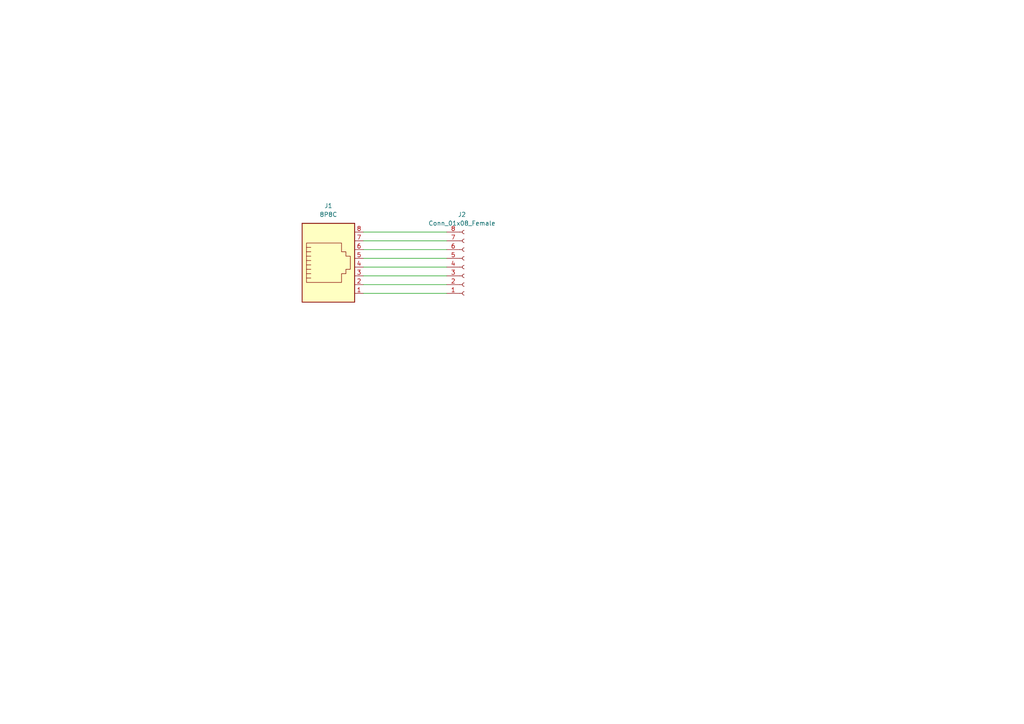
<source format=kicad_sch>
(kicad_sch (version 20211123) (generator eeschema)
  (paper "A4")
  (lib_symbols
    (symbol "Connector:8P8C" (pin_names (offset 1.016))
      (property "Reference" "J" (at -5.08 13.97 0))
      (property "Value" "8P8C" (at 2.54 13.97 0))
      (symbol "8P8C_0_1"
        (polyline (pts (xy -5.08 4.445) (xy -6.35 4.445)))
        (polyline (pts (xy -5.08 5.715) (xy -6.35 5.715)))
        (polyline (pts (xy -6.35 -3.175) (xy -5.08 -3.175) (xy -5.08 -3.175)))
        (polyline (pts (xy -6.35 -1.905) (xy -5.08 -1.905) (xy -5.08 -1.905)))
        (polyline (pts (xy -6.35 -0.635) (xy -5.08 -0.635) (xy -5.08 -0.635)))
        (polyline (pts (xy -6.35 0.635) (xy -5.08 0.635) (xy -5.08 0.635)))
        (polyline (pts (xy -6.35 1.905) (xy -5.08 1.905) (xy -5.08 1.905)))
        (polyline (pts (xy -5.08 3.175) (xy -6.35 3.175) (xy -6.35 3.175)))
        (polyline (pts (xy -6.35 -4.445) (xy -6.35 6.985) (xy 3.81 6.985) (xy 3.81 4.445) (xy 5.08 4.445) (xy 5.08 3.175) (xy 6.35 3.175) (xy 6.35 -0.635) (xy 5.08 -0.635) (xy 5.08 -1.905) (xy 3.81 -1.905) (xy 3.81 -4.445) (xy -6.35 -4.445) (xy -6.35 -4.445)))
        (rectangle (start 7.62 12.7) (end -7.62 -10.16) (stroke (width 0.254)) (fill (type background)))
      )
      (symbol "8P8C_1_1"
        (pin passive line (at 10.16 -7.62 180) (length 2.54) (name "~") (number "1"))
        (pin passive line (at 10.16 -5.08 180) (length 2.54) (name "~") (number "2"))
        (pin passive line (at 10.16 -2.54 180) (length 2.54) (name "~") (number "3"))
        (pin passive line (at 10.16 0 180) (length 2.54) (name "~") (number "4"))
        (pin passive line (at 10.16 2.54 180) (length 2.54) (name "~") (number "5"))
        (pin passive line (at 10.16 5.08 180) (length 2.54) (name "~") (number "6"))
        (pin passive line (at 10.16 7.62 180) (length 2.54) (name "~") (number "7"))
        (pin passive line (at 10.16 10.16 180) (length 2.54) (name "~") (number "8"))
      )
    )
    (symbol "Connector:Conn_01x08_Female" (pin_names (offset 1.016) hide)
      (property "Reference" "J" (at 0 10.16 0))
      (property "Value" "Conn_01x08_Female" (at 0 -12.7 0))
      (symbol "Conn_01x08_Female_1_1"
        (arc (start 0 -9.652) (mid -0.508 -10.16) (end 0 -10.668) (stroke (width 0.1524)))
        (arc (start 0 -7.112) (mid -0.508 -7.62) (end 0 -8.128) (stroke (width 0.1524)))
        (arc (start 0 -4.572) (mid -0.508 -5.08) (end 0 -5.588) (stroke (width 0.1524)))
        (arc (start 0 -2.032) (mid -0.508 -2.54) (end 0 -3.048) (stroke (width 0.1524)))
        (polyline (pts (xy -1.27 -10.16) (xy -0.508 -10.16)) (stroke (width 0.1524)))
        (polyline (pts (xy -1.27 -7.62) (xy -0.508 -7.62)) (stroke (width 0.1524)))
        (polyline (pts (xy -1.27 -5.08) (xy -0.508 -5.08)) (stroke (width 0.1524)))
        (polyline (pts (xy -1.27 -2.54) (xy -0.508 -2.54)) (stroke (width 0.1524)))
        (polyline (pts (xy -1.27 0) (xy -0.508 0)) (stroke (width 0.1524)))
        (polyline (pts (xy -1.27 2.54) (xy -0.508 2.54)) (stroke (width 0.1524)))
        (polyline (pts (xy -1.27 5.08) (xy -0.508 5.08)) (stroke (width 0.1524)))
        (polyline (pts (xy -1.27 7.62) (xy -0.508 7.62)) (stroke (width 0.1524)))
        (arc (start 0 0.508) (mid -0.508 0) (end 0 -0.508) (stroke (width 0.1524)))
        (arc (start 0 3.048) (mid -0.508 2.54) (end 0 2.032) (stroke (width 0.1524)))
        (arc (start 0 5.588) (mid -0.508 5.08) (end 0 4.572) (stroke (width 0.1524)))
        (arc (start 0 8.128) (mid -0.508 7.62) (end 0 7.112) (stroke (width 0.1524)))
        (pin passive line (at -5.08 7.62 0) (length 3.81) (name "Pin_1") (number "1"))
        (pin passive line (at -5.08 5.08 0) (length 3.81) (name "Pin_2") (number "2"))
        (pin passive line (at -5.08 2.54 0) (length 3.81) (name "Pin_3") (number "3"))
        (pin passive line (at -5.08 0 0) (length 3.81) (name "Pin_4") (number "4"))
        (pin passive line (at -5.08 -2.54 0) (length 3.81) (name "Pin_5") (number "5"))
        (pin passive line (at -5.08 -5.08 0) (length 3.81) (name "Pin_6") (number "6"))
        (pin passive line (at -5.08 -7.62 0) (length 3.81) (name "Pin_7") (number "7"))
        (pin passive line (at -5.08 -10.16 0) (length 3.81) (name "Pin_8") (number "8"))
      )
    )
  )
  (wire (pts (xy 129.54 69.85) (xy 105.41 69.85)))
  (wire (pts (xy 129.54 80.01) (xy 105.41 80.01)))
  (wire (pts (xy 129.54 85.09) (xy 105.41 85.09)))
  (wire (pts (xy 129.54 67.31) (xy 105.41 67.31)))
  (wire (pts (xy 129.54 72.39) (xy 105.41 72.39)))
  (wire (pts (xy 129.54 74.93) (xy 105.41 74.93)))
  (wire (pts (xy 129.54 82.55) (xy 105.41 82.55)))
  (wire (pts (xy 129.54 77.47) (xy 105.41 77.47)))
  (symbol (lib_id "Connector:Conn_01x08_Female") (at 134.62 77.47 0) (mirror x) (unit 1)
    (property "Reference" "J2" (at 133.985 62.23 0))
    (property "Value" "Conn_01x08_Female" (at 133.985 64.77 0))
    (property "Footprint" "Connector_Wire_SileliS:SolderWirePad_1x8_SMD_3x0.75" (effects hide))
  )
  (symbol (lib_id "Connector:8P8C") (at 95.25 77.47 0) (unit 1)
    (property "Reference" "J1" (at 95.25 59.69 0))
    (property "Value" "8P8C" (at 95.25 62.23 0))
    (property "Footprint" "TE 5555078-1:5555078-1" (effects hide))
  )
)
</source>
